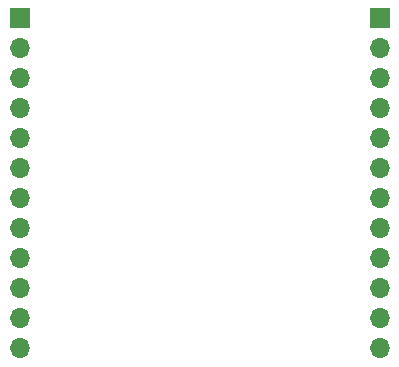
<source format=gbr>
%TF.GenerationSoftware,KiCad,Pcbnew,(5.1.12)-1*%
%TF.CreationDate,2022-06-22T11:17:58+02:00*%
%TF.ProjectId,ai-thinker-vc01,61692d74-6869-46e6-9b65-722d76633031,rev?*%
%TF.SameCoordinates,Original*%
%TF.FileFunction,Soldermask,Bot*%
%TF.FilePolarity,Negative*%
%FSLAX46Y46*%
G04 Gerber Fmt 4.6, Leading zero omitted, Abs format (unit mm)*
G04 Created by KiCad (PCBNEW (5.1.12)-1) date 2022-06-22 11:17:58*
%MOMM*%
%LPD*%
G01*
G04 APERTURE LIST*
%ADD10O,1.700000X1.700000*%
%ADD11R,1.700000X1.700000*%
G04 APERTURE END LIST*
D10*
%TO.C,J2*%
X149860000Y-104695001D03*
X149860000Y-102155001D03*
X149860000Y-99615001D03*
X149860000Y-97075001D03*
X149860000Y-94535001D03*
X149860000Y-91995001D03*
X149860000Y-89455001D03*
X149860000Y-86915001D03*
X149860000Y-84375001D03*
X149860000Y-81835001D03*
X149860000Y-79295001D03*
D11*
X149860000Y-76755001D03*
%TD*%
%TO.C,J1*%
X119380000Y-76755001D03*
D10*
X119380000Y-79295001D03*
X119380000Y-81835001D03*
X119380000Y-84375001D03*
X119380000Y-86915001D03*
X119380000Y-89455001D03*
X119380000Y-91995001D03*
X119380000Y-94535001D03*
X119380000Y-97075001D03*
X119380000Y-99615001D03*
X119380000Y-102155001D03*
X119380000Y-104695001D03*
%TD*%
M02*

</source>
